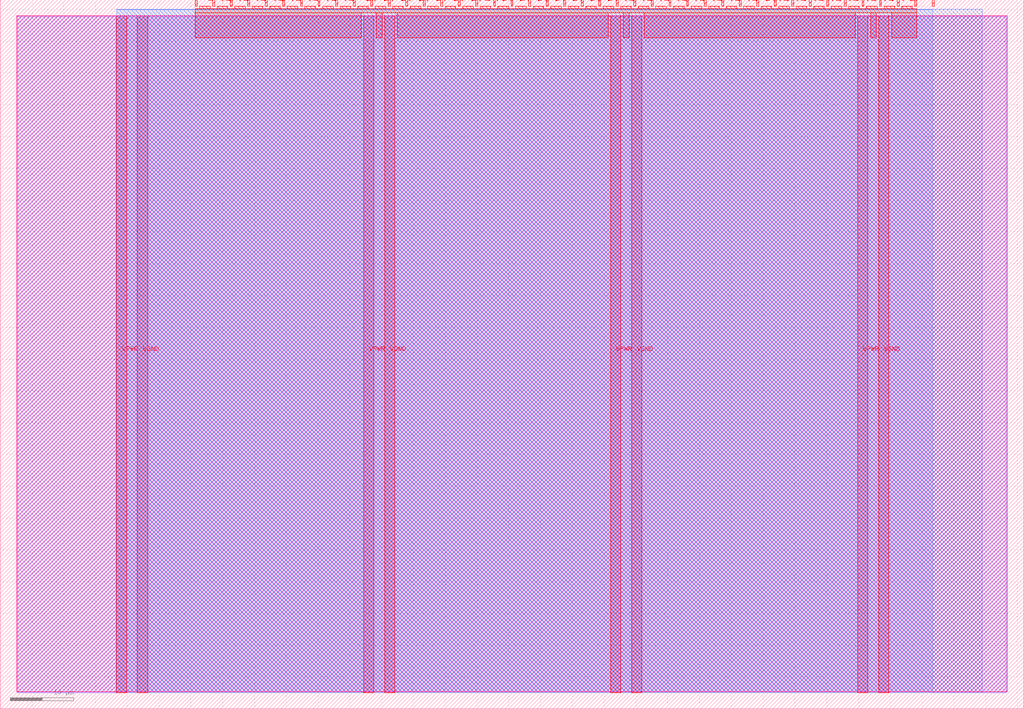
<source format=lef>
VERSION 5.7 ;
  NOWIREEXTENSIONATPIN ON ;
  DIVIDERCHAR "/" ;
  BUSBITCHARS "[]" ;
MACRO tt_um_JesusMinguillon_freqSweep
  CLASS BLOCK ;
  FOREIGN tt_um_JesusMinguillon_freqSweep ;
  ORIGIN 0.000 0.000 ;
  SIZE 161.000 BY 111.520 ;
  PIN VGND
    DIRECTION INOUT ;
    USE GROUND ;
    PORT
      LAYER met4 ;
        RECT 21.580 2.480 23.180 109.040 ;
    END
    PORT
      LAYER met4 ;
        RECT 60.450 2.480 62.050 109.040 ;
    END
    PORT
      LAYER met4 ;
        RECT 99.320 2.480 100.920 109.040 ;
    END
    PORT
      LAYER met4 ;
        RECT 138.190 2.480 139.790 109.040 ;
    END
  END VGND
  PIN VPWR
    DIRECTION INOUT ;
    USE POWER ;
    PORT
      LAYER met4 ;
        RECT 18.280 2.480 19.880 109.040 ;
    END
    PORT
      LAYER met4 ;
        RECT 57.150 2.480 58.750 109.040 ;
    END
    PORT
      LAYER met4 ;
        RECT 96.020 2.480 97.620 109.040 ;
    END
    PORT
      LAYER met4 ;
        RECT 134.890 2.480 136.490 109.040 ;
    END
  END VPWR
  PIN clk
    DIRECTION INPUT ;
    USE SIGNAL ;
    ANTENNAGATEAREA 0.852000 ;
    PORT
      LAYER met4 ;
        RECT 143.830 110.520 144.130 111.520 ;
    END
  END clk
  PIN ena
    DIRECTION INPUT ;
    USE SIGNAL ;
    PORT
      LAYER met4 ;
        RECT 146.590 110.520 146.890 111.520 ;
    END
  END ena
  PIN rst_n
    DIRECTION INPUT ;
    USE SIGNAL ;
    ANTENNAGATEAREA 0.126000 ;
    PORT
      LAYER met4 ;
        RECT 141.070 110.520 141.370 111.520 ;
    END
  END rst_n
  PIN ui_in[0]
    DIRECTION INPUT ;
    USE SIGNAL ;
    ANTENNAGATEAREA 0.213000 ;
    PORT
      LAYER met4 ;
        RECT 138.310 110.520 138.610 111.520 ;
    END
  END ui_in[0]
  PIN ui_in[1]
    DIRECTION INPUT ;
    USE SIGNAL ;
    PORT
      LAYER met4 ;
        RECT 135.550 110.520 135.850 111.520 ;
    END
  END ui_in[1]
  PIN ui_in[2]
    DIRECTION INPUT ;
    USE SIGNAL ;
    PORT
      LAYER met4 ;
        RECT 132.790 110.520 133.090 111.520 ;
    END
  END ui_in[2]
  PIN ui_in[3]
    DIRECTION INPUT ;
    USE SIGNAL ;
    PORT
      LAYER met4 ;
        RECT 130.030 110.520 130.330 111.520 ;
    END
  END ui_in[3]
  PIN ui_in[4]
    DIRECTION INPUT ;
    USE SIGNAL ;
    PORT
      LAYER met4 ;
        RECT 127.270 110.520 127.570 111.520 ;
    END
  END ui_in[4]
  PIN ui_in[5]
    DIRECTION INPUT ;
    USE SIGNAL ;
    PORT
      LAYER met4 ;
        RECT 124.510 110.520 124.810 111.520 ;
    END
  END ui_in[5]
  PIN ui_in[6]
    DIRECTION INPUT ;
    USE SIGNAL ;
    PORT
      LAYER met4 ;
        RECT 121.750 110.520 122.050 111.520 ;
    END
  END ui_in[6]
  PIN ui_in[7]
    DIRECTION INPUT ;
    USE SIGNAL ;
    PORT
      LAYER met4 ;
        RECT 118.990 110.520 119.290 111.520 ;
    END
  END ui_in[7]
  PIN uio_in[0]
    DIRECTION INPUT ;
    USE SIGNAL ;
    PORT
      LAYER met4 ;
        RECT 116.230 110.520 116.530 111.520 ;
    END
  END uio_in[0]
  PIN uio_in[1]
    DIRECTION INPUT ;
    USE SIGNAL ;
    PORT
      LAYER met4 ;
        RECT 113.470 110.520 113.770 111.520 ;
    END
  END uio_in[1]
  PIN uio_in[2]
    DIRECTION INPUT ;
    USE SIGNAL ;
    PORT
      LAYER met4 ;
        RECT 110.710 110.520 111.010 111.520 ;
    END
  END uio_in[2]
  PIN uio_in[3]
    DIRECTION INPUT ;
    USE SIGNAL ;
    PORT
      LAYER met4 ;
        RECT 107.950 110.520 108.250 111.520 ;
    END
  END uio_in[3]
  PIN uio_in[4]
    DIRECTION INPUT ;
    USE SIGNAL ;
    PORT
      LAYER met4 ;
        RECT 105.190 110.520 105.490 111.520 ;
    END
  END uio_in[4]
  PIN uio_in[5]
    DIRECTION INPUT ;
    USE SIGNAL ;
    PORT
      LAYER met4 ;
        RECT 102.430 110.520 102.730 111.520 ;
    END
  END uio_in[5]
  PIN uio_in[6]
    DIRECTION INPUT ;
    USE SIGNAL ;
    PORT
      LAYER met4 ;
        RECT 99.670 110.520 99.970 111.520 ;
    END
  END uio_in[6]
  PIN uio_in[7]
    DIRECTION INPUT ;
    USE SIGNAL ;
    PORT
      LAYER met4 ;
        RECT 96.910 110.520 97.210 111.520 ;
    END
  END uio_in[7]
  PIN uio_oe[0]
    DIRECTION OUTPUT ;
    USE SIGNAL ;
    PORT
      LAYER met4 ;
        RECT 49.990 110.520 50.290 111.520 ;
    END
  END uio_oe[0]
  PIN uio_oe[1]
    DIRECTION OUTPUT ;
    USE SIGNAL ;
    PORT
      LAYER met4 ;
        RECT 47.230 110.520 47.530 111.520 ;
    END
  END uio_oe[1]
  PIN uio_oe[2]
    DIRECTION OUTPUT ;
    USE SIGNAL ;
    PORT
      LAYER met4 ;
        RECT 44.470 110.520 44.770 111.520 ;
    END
  END uio_oe[2]
  PIN uio_oe[3]
    DIRECTION OUTPUT ;
    USE SIGNAL ;
    PORT
      LAYER met4 ;
        RECT 41.710 110.520 42.010 111.520 ;
    END
  END uio_oe[3]
  PIN uio_oe[4]
    DIRECTION OUTPUT ;
    USE SIGNAL ;
    PORT
      LAYER met4 ;
        RECT 38.950 110.520 39.250 111.520 ;
    END
  END uio_oe[4]
  PIN uio_oe[5]
    DIRECTION OUTPUT ;
    USE SIGNAL ;
    PORT
      LAYER met4 ;
        RECT 36.190 110.520 36.490 111.520 ;
    END
  END uio_oe[5]
  PIN uio_oe[6]
    DIRECTION OUTPUT ;
    USE SIGNAL ;
    PORT
      LAYER met4 ;
        RECT 33.430 110.520 33.730 111.520 ;
    END
  END uio_oe[6]
  PIN uio_oe[7]
    DIRECTION OUTPUT ;
    USE SIGNAL ;
    PORT
      LAYER met4 ;
        RECT 30.670 110.520 30.970 111.520 ;
    END
  END uio_oe[7]
  PIN uio_out[0]
    DIRECTION OUTPUT ;
    USE SIGNAL ;
    PORT
      LAYER met4 ;
        RECT 72.070 110.520 72.370 111.520 ;
    END
  END uio_out[0]
  PIN uio_out[1]
    DIRECTION OUTPUT ;
    USE SIGNAL ;
    PORT
      LAYER met4 ;
        RECT 69.310 110.520 69.610 111.520 ;
    END
  END uio_out[1]
  PIN uio_out[2]
    DIRECTION OUTPUT ;
    USE SIGNAL ;
    PORT
      LAYER met4 ;
        RECT 66.550 110.520 66.850 111.520 ;
    END
  END uio_out[2]
  PIN uio_out[3]
    DIRECTION OUTPUT ;
    USE SIGNAL ;
    PORT
      LAYER met4 ;
        RECT 63.790 110.520 64.090 111.520 ;
    END
  END uio_out[3]
  PIN uio_out[4]
    DIRECTION OUTPUT ;
    USE SIGNAL ;
    PORT
      LAYER met4 ;
        RECT 61.030 110.520 61.330 111.520 ;
    END
  END uio_out[4]
  PIN uio_out[5]
    DIRECTION OUTPUT ;
    USE SIGNAL ;
    PORT
      LAYER met4 ;
        RECT 58.270 110.520 58.570 111.520 ;
    END
  END uio_out[5]
  PIN uio_out[6]
    DIRECTION OUTPUT ;
    USE SIGNAL ;
    PORT
      LAYER met4 ;
        RECT 55.510 110.520 55.810 111.520 ;
    END
  END uio_out[6]
  PIN uio_out[7]
    DIRECTION OUTPUT ;
    USE SIGNAL ;
    PORT
      LAYER met4 ;
        RECT 52.750 110.520 53.050 111.520 ;
    END
  END uio_out[7]
  PIN uo_out[0]
    DIRECTION OUTPUT ;
    USE SIGNAL ;
    ANTENNADIFFAREA 0.445500 ;
    PORT
      LAYER met4 ;
        RECT 94.150 110.520 94.450 111.520 ;
    END
  END uo_out[0]
  PIN uo_out[1]
    DIRECTION OUTPUT ;
    USE SIGNAL ;
    PORT
      LAYER met4 ;
        RECT 91.390 110.520 91.690 111.520 ;
    END
  END uo_out[1]
  PIN uo_out[2]
    DIRECTION OUTPUT ;
    USE SIGNAL ;
    PORT
      LAYER met4 ;
        RECT 88.630 110.520 88.930 111.520 ;
    END
  END uo_out[2]
  PIN uo_out[3]
    DIRECTION OUTPUT ;
    USE SIGNAL ;
    PORT
      LAYER met4 ;
        RECT 85.870 110.520 86.170 111.520 ;
    END
  END uo_out[3]
  PIN uo_out[4]
    DIRECTION OUTPUT ;
    USE SIGNAL ;
    PORT
      LAYER met4 ;
        RECT 83.110 110.520 83.410 111.520 ;
    END
  END uo_out[4]
  PIN uo_out[5]
    DIRECTION OUTPUT ;
    USE SIGNAL ;
    PORT
      LAYER met4 ;
        RECT 80.350 110.520 80.650 111.520 ;
    END
  END uo_out[5]
  PIN uo_out[6]
    DIRECTION OUTPUT ;
    USE SIGNAL ;
    PORT
      LAYER met4 ;
        RECT 77.590 110.520 77.890 111.520 ;
    END
  END uo_out[6]
  PIN uo_out[7]
    DIRECTION OUTPUT ;
    USE SIGNAL ;
    PORT
      LAYER met4 ;
        RECT 74.830 110.520 75.130 111.520 ;
    END
  END uo_out[7]
  OBS
      LAYER nwell ;
        RECT 2.570 2.635 158.430 108.990 ;
      LAYER li1 ;
        RECT 2.760 2.635 158.240 108.885 ;
      LAYER met1 ;
        RECT 2.760 2.480 158.240 109.040 ;
      LAYER met2 ;
        RECT 18.310 2.535 154.460 110.005 ;
      LAYER met3 ;
        RECT 18.290 2.555 146.675 109.985 ;
      LAYER met4 ;
        RECT 31.370 110.120 33.030 110.520 ;
        RECT 34.130 110.120 35.790 110.520 ;
        RECT 36.890 110.120 38.550 110.520 ;
        RECT 39.650 110.120 41.310 110.520 ;
        RECT 42.410 110.120 44.070 110.520 ;
        RECT 45.170 110.120 46.830 110.520 ;
        RECT 47.930 110.120 49.590 110.520 ;
        RECT 50.690 110.120 52.350 110.520 ;
        RECT 53.450 110.120 55.110 110.520 ;
        RECT 56.210 110.120 57.870 110.520 ;
        RECT 58.970 110.120 60.630 110.520 ;
        RECT 61.730 110.120 63.390 110.520 ;
        RECT 64.490 110.120 66.150 110.520 ;
        RECT 67.250 110.120 68.910 110.520 ;
        RECT 70.010 110.120 71.670 110.520 ;
        RECT 72.770 110.120 74.430 110.520 ;
        RECT 75.530 110.120 77.190 110.520 ;
        RECT 78.290 110.120 79.950 110.520 ;
        RECT 81.050 110.120 82.710 110.520 ;
        RECT 83.810 110.120 85.470 110.520 ;
        RECT 86.570 110.120 88.230 110.520 ;
        RECT 89.330 110.120 90.990 110.520 ;
        RECT 92.090 110.120 93.750 110.520 ;
        RECT 94.850 110.120 96.510 110.520 ;
        RECT 97.610 110.120 99.270 110.520 ;
        RECT 100.370 110.120 102.030 110.520 ;
        RECT 103.130 110.120 104.790 110.520 ;
        RECT 105.890 110.120 107.550 110.520 ;
        RECT 108.650 110.120 110.310 110.520 ;
        RECT 111.410 110.120 113.070 110.520 ;
        RECT 114.170 110.120 115.830 110.520 ;
        RECT 116.930 110.120 118.590 110.520 ;
        RECT 119.690 110.120 121.350 110.520 ;
        RECT 122.450 110.120 124.110 110.520 ;
        RECT 125.210 110.120 126.870 110.520 ;
        RECT 127.970 110.120 129.630 110.520 ;
        RECT 130.730 110.120 132.390 110.520 ;
        RECT 133.490 110.120 135.150 110.520 ;
        RECT 136.250 110.120 137.910 110.520 ;
        RECT 139.010 110.120 140.670 110.520 ;
        RECT 141.770 110.120 143.430 110.520 ;
        RECT 30.655 109.440 144.145 110.120 ;
        RECT 30.655 105.575 56.750 109.440 ;
        RECT 59.150 105.575 60.050 109.440 ;
        RECT 62.450 105.575 95.620 109.440 ;
        RECT 98.020 105.575 98.920 109.440 ;
        RECT 101.320 105.575 134.490 109.440 ;
        RECT 136.890 105.575 137.790 109.440 ;
        RECT 140.190 105.575 144.145 109.440 ;
  END
END tt_um_JesusMinguillon_freqSweep
END LIBRARY


</source>
